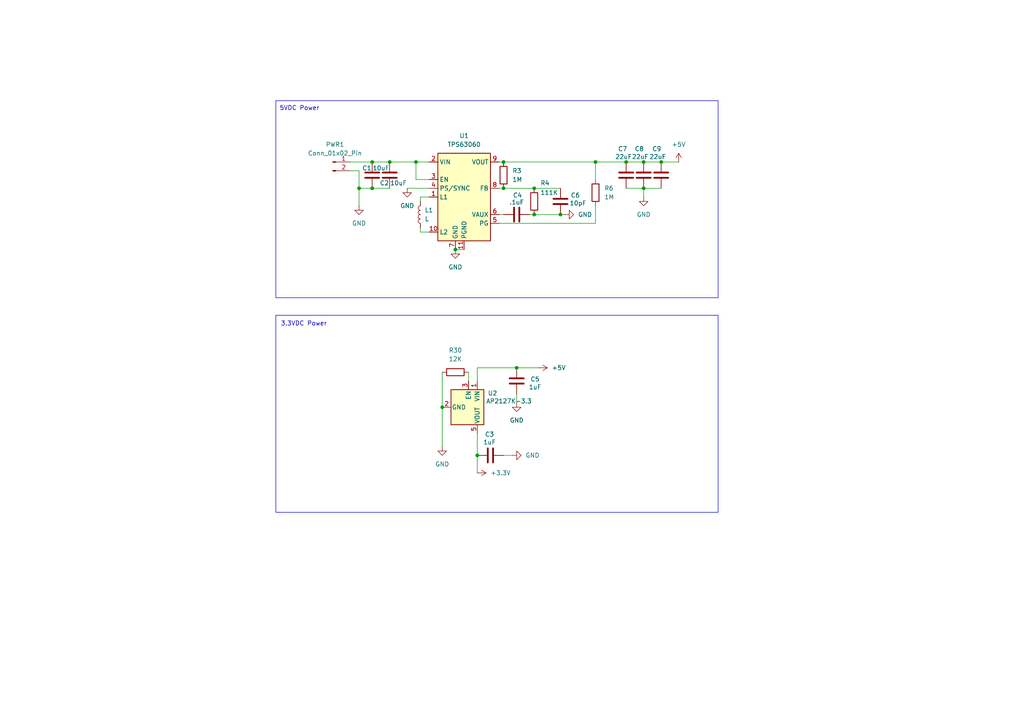
<source format=kicad_sch>
(kicad_sch (version 20231120) (generator "eeschema") (generator_version "8.0")
  (paper "A4")
  (lib_symbols
    (symbol "Connector:Conn_01x02_Pin" (pin_names (offset 1.016) hide)
      (property "Reference" "J" (at 0 2.54 0))
      (property "Value" "Conn_01x02_Pin" (at 0 -5.08 0))
      (symbol "Conn_01x02_Pin_1_1"
        (polyline (pts (xy 1.27 -2.54) (xy 0.8636 -2.54)) (stroke (width 0.1524)))
        (polyline (pts (xy 1.27 0) (xy 0.8636 0)) (stroke (width 0.1524)))
        (rectangle (start 0.8636 -2.413) (end 0 -2.667) (stroke (width 0.1524)) (fill (type outline)))
        (rectangle (start 0.8636 0.127) (end 0 -0.127) (stroke (width 0.1524)) (fill (type outline)))
        (pin passive line (at 5.08 0 180) (length 3.81) (name "Pin_1") (number "1"))
        (pin passive line (at 5.08 -2.54 180) (length 3.81) (name "Pin_2") (number "2"))
      )
    )
    (symbol "Device:C" (pin_numbers hide) (pin_names (offset 0.254))
      (property "Reference" "C" (at 0.635 2.54 0))
      (property "Value" "C" (at 0.635 -2.54 0))
      (symbol "C_0_1"
        (polyline (pts (xy -2.032 -0.762) (xy 2.032 -0.762)) (stroke (width 0.508)))
        (polyline (pts (xy -2.032 0.762) (xy 2.032 0.762)) (stroke (width 0.508)))
      )
      (symbol "C_1_1"
        (pin passive line (at 0 3.81 270) (length 2.794) (name "~") (number "1"))
        (pin passive line (at 0 -3.81 90) (length 2.794) (name "~") (number "2"))
      )
    )
    (symbol "Device:L" (pin_numbers hide) (pin_names (offset 1.016) hide)
      (property "Reference" "L" (at -1.27 0 90))
      (property "Value" "L" (at 1.905 0 90))
      (symbol "L_0_1"
        (arc (start 0 -2.54) (mid 0.6323 -1.905) (end 0 -1.27))
        (arc (start 0 -1.27) (mid 0.6323 -0.635) (end 0 0))
        (arc (start 0 0) (mid 0.6323 0.635) (end 0 1.27))
        (arc (start 0 1.27) (mid 0.6323 1.905) (end 0 2.54))
      )
      (symbol "L_1_1"
        (pin passive line (at 0 3.81 270) (length 1.27) (name "1") (number "1"))
        (pin passive line (at 0 -3.81 90) (length 1.27) (name "2") (number "2"))
      )
    )
    (symbol "Device:R" (pin_numbers hide) (pin_names (offset 0))
      (property "Reference" "R" (at 2.032 0 90))
      (property "Value" "R" (at 0 0 90))
      (symbol "R_0_1"
        (rectangle (start -1.016 -2.54) (end 1.016 2.54) (stroke (width 0.254)))
      )
      (symbol "R_1_1"
        (pin passive line (at 0 3.81 270) (length 1.27) (name "~") (number "1"))
        (pin passive line (at 0 -3.81 90) (length 1.27) (name "~") (number "2"))
      )
    )
    (symbol "Regulator_Linear:AP2127K-3.3" (pin_names (offset 0.254))
      (property "Reference" "U" (at -5.08 5.715 0))
      (property "Value" "AP2127K-3.3" (at 0 5.715 0))
      (symbol "AP2127K-3.3_0_1"
        (rectangle (start -5.08 4.445) (end 5.08 -5.08) (stroke (width 0.254)) (fill (type background)))
      )
      (symbol "AP2127K-3.3_1_1"
        (pin power_in line (at -7.62 2.54 0) (length 2.54) (name "VIN") (number "1"))
        (pin power_in line (at 0 -7.62 90) (length 2.54) (name "GND") (number "2"))
        (pin input line (at -7.62 0 0) (length 2.54) (name "EN") (number "3"))
        (pin no_connect line (at 5.08 0 180) (length 2.54) hide (name "NC") (number "4"))
        (pin power_out line (at 7.62 2.54 180) (length 2.54) (name "VOUT") (number "5"))
      )
    )
    (symbol "Regulator_Switching:TPS63060"
      (property "Reference" "U" (at -7.62 13.97 0))
      (property "Value" "TPS63060" (at 2.54 13.97 0))
      (symbol "TPS63060_0_1"
        (rectangle (start -7.62 12.7) (end 7.62 -12.7) (stroke (width 0.254)) (fill (type background)))
      )
      (symbol "TPS63060_1_1"
        (pin input line (at -10.16 0 0) (length 2.54) (name "L1") (number "1"))
        (pin input line (at -10.16 -10.16 0) (length 2.54) (name "L2") (number "10"))
        (pin power_in line (at 0 -15.24 90) (length 2.54) (name "PGND") (number "11"))
        (pin power_in line (at -10.16 10.16 0) (length 2.54) (name "VIN") (number "2"))
        (pin input line (at -10.16 5.08 0) (length 2.54) (name "EN") (number "3"))
        (pin input line (at -10.16 2.54 0) (length 2.54) (name "PS/SYNC") (number "4"))
        (pin output line (at 10.16 -7.62 180) (length 2.54) (name "PG") (number "5"))
        (pin passive line (at 10.16 -5.08 180) (length 2.54) (name "VAUX") (number "6"))
        (pin power_in line (at -2.54 -15.24 90) (length 2.54) (name "GND") (number "7"))
        (pin input line (at 10.16 2.54 180) (length 2.54) (name "FB") (number "8"))
        (pin power_out line (at 10.16 10.16 180) (length 2.54) (name "VOUT") (number "9"))
      )
    )
    (symbol "power:+3.3V" (power) (pin_numbers hide) (pin_names (offset 0) hide)
      (property "Value" "+3.3V" (at 0 3.556 0))
      (symbol "+3.3V_0_1"
        (polyline (pts (xy -0.762 1.27) (xy 0 2.54)))
        (polyline (pts (xy 0 0) (xy 0 2.54)))
        (polyline (pts (xy 0 2.54) (xy 0.762 1.27)))
      )
      (symbol "+3.3V_1_1"
        (pin power_in line (at 0 0 90) (length 0) (name "~") (number "1"))
      )
    )
    (symbol "power:+5V" (power) (pin_numbers hide) (pin_names (offset 0) hide)
      (property "Value" "+5V" (at 0 3.556 0))
      (symbol "+5V_0_1"
        (polyline (pts (xy -0.762 1.27) (xy 0 2.54)))
        (polyline (pts (xy 0 0) (xy 0 2.54)))
        (polyline (pts (xy 0 2.54) (xy 0.762 1.27)))
      )
      (symbol "+5V_1_1"
        (pin power_in line (at 0 0 90) (length 0) (name "~") (number "1"))
      )
    )
    (symbol "power:GND" (power) (pin_numbers hide) (pin_names (offset 0) hide)
      (property "Value" "GND" (at 0 -3.81 0))
      (symbol "GND_0_1"
        (polyline (pts (xy 0 0) (xy 0 -1.27) (xy 1.27 -1.27) (xy 0 -2.54) (xy -1.27 -1.27) (xy 0 -1.27)))
      )
      (symbol "GND_1_1"
        (pin power_in line (at 0 0 270) (length 0) (name "~") (number "1"))
      )
    )
  )
  (junction (at 181.61 46.99))
  (junction (at 107.95 46.99))
  (junction (at 138.43 132.08))
  (junction (at 191.77 46.99))
  (junction (at 107.95 54.61))
  (junction (at 128.27 118.11))
  (junction (at 154.94 54.61))
  (junction (at 149.86 106.68))
  (junction (at 132.08 72.39))
  (junction (at 113.03 46.99))
  (junction (at 172.72 46.99))
  (junction (at 104.14 54.61))
  (junction (at 154.94 62.23))
  (junction (at 186.69 54.61))
  (junction (at 146.05 54.61))
  (junction (at 162.56 62.23))
  (junction (at 120.65 46.99))
  (junction (at 186.69 46.99))
  (junction (at 146.05 46.99))
  (wire (pts (xy 146.05 132.08) (xy 148.59 132.08)))
  (wire (pts (xy 104.14 54.61) (xy 104.14 59.69)))
  (wire (pts (xy 181.61 54.61) (xy 186.69 54.61)))
  (wire (pts (xy 186.69 54.61) (xy 186.69 57.15)))
  (wire (pts (xy 186.69 54.61) (xy 191.77 54.61)))
  (wire (pts (xy 153.67 62.23) (xy 154.94 62.23)))
  (wire (pts (xy 124.46 57.15) (xy 121.92 57.15)))
  (wire (pts (xy 144.78 46.99) (xy 146.05 46.99)))
  (wire (pts (xy 121.92 57.15) (xy 121.92 58.42)))
  (wire (pts (xy 191.77 46.99) (xy 196.85 46.99)))
  (wire (pts (xy 128.27 107.95) (xy 128.27 118.11)))
  (wire (pts (xy 146.05 54.61) (xy 154.94 54.61)))
  (wire (pts (xy 162.56 62.23) (xy 163.83 62.23)))
  (wire (pts (xy 121.92 67.31) (xy 124.46 67.31)))
  (wire (pts (xy 172.72 46.99) (xy 181.61 46.99)))
  (wire (pts (xy 138.43 106.68) (xy 138.43 110.49)))
  (wire (pts (xy 132.08 72.39) (xy 134.62 72.39)))
  (wire (pts (xy 121.92 66.04) (xy 121.92 67.31)))
  (wire (pts (xy 128.27 129.54) (xy 128.27 118.11)))
  (wire (pts (xy 107.95 46.99) (xy 113.03 46.99)))
  (wire (pts (xy 186.69 46.99) (xy 191.77 46.99)))
  (wire (pts (xy 172.72 52.07) (xy 172.72 46.99)))
  (wire (pts (xy 124.46 52.07) (xy 120.65 52.07)))
  (wire (pts (xy 146.05 46.99) (xy 172.72 46.99)))
  (wire (pts (xy 144.78 54.61) (xy 146.05 54.61)))
  (wire (pts (xy 154.94 54.61) (xy 162.56 54.61)))
  (wire (pts (xy 144.78 62.23) (xy 146.05 62.23)))
  (wire (pts (xy 154.94 62.23) (xy 162.56 62.23)))
  (wire (pts (xy 104.14 54.61) (xy 107.95 54.61)))
  (wire (pts (xy 181.61 46.99) (xy 186.69 46.99)))
  (wire (pts (xy 120.65 52.07) (xy 120.65 46.99)))
  (wire (pts (xy 101.6 46.99) (xy 107.95 46.99)))
  (wire (pts (xy 104.14 49.53) (xy 104.14 54.61)))
  (wire (pts (xy 107.95 54.61) (xy 113.03 54.61)))
  (wire (pts (xy 138.43 125.73) (xy 138.43 132.08)))
  (wire (pts (xy 101.6 49.53) (xy 104.14 49.53)))
  (wire (pts (xy 149.86 106.68) (xy 156.21 106.68)))
  (wire (pts (xy 144.78 64.77) (xy 172.72 64.77)))
  (wire (pts (xy 113.03 46.99) (xy 120.65 46.99)))
  (wire (pts (xy 135.89 107.95) (xy 135.89 110.49)))
  (wire (pts (xy 138.43 132.08) (xy 138.43 137.16)))
  (wire (pts (xy 118.11 54.61) (xy 124.46 54.61)))
  (wire (pts (xy 138.43 106.68) (xy 149.86 106.68)))
  (wire (pts (xy 172.72 64.77) (xy 172.72 59.69)))
  (wire (pts (xy 120.65 46.99) (xy 124.46 46.99)))
  (wire (pts (xy 149.86 114.3) (xy 149.86 116.84)))
  (rectangle (start 80.01 29.21) (end 208.28 86.36))
  (rectangle (start 80.01 91.44) (end 208.28 148.59))
  (text "5VDC Power" (at 86.868 31.496 0) (effects (font (size 1.27 1.27))))
  (text "3.3VDC Power" (at 88.138 93.98 0) (effects (font (size 1.27 1.27))))
  (symbol (lib_id "Device:R") (at 146.05 50.8 180) (unit 1)
    (property "Reference" "R3" (at 148.59 49.5299 0) (effects (justify right)))
    (property "Value" "1M" (at 148.59 52.0699 0) (effects (justify right)))
    (property "Footprint" "Resistor_SMD:R_0805_2012Metric_Pad1.20x1.40mm_HandSolder" (effects (hide yes)))
    (property "Description" "Resistor" (effects (hide yes)))
  )
  (symbol (lib_id "Device:C") (at 149.86 110.49 0) (mirror y) (unit 1)
    (property "Reference" "C5" (at 155.194 109.982 0))
    (property "Value" "1uF" (at 155.194 112.268 0))
    (property "Footprint" "Capacitor_SMD:C_0805_2012Metric_Pad1.18x1.45mm_HandSolder" (effects (hide yes)))
    (property "Description" "Unpolarized capacitor" (effects (hide yes)))
  )
  (symbol (lib_id "power:GND") (at 186.69 57.15 0) (unit 1)
    (property "Reference" "#PWR015" (effects (hide yes)))
    (property "Value" "GND" (at 186.69 62.23 0))
    (property "Description" "Power symbol creates a global label with name \"GND\" , ground" (effects (hide yes)))
  )
  (symbol (lib_id "Device:C") (at 142.24 132.08 90) (mirror x) (unit 1)
    (property "Reference" "C3" (at 141.986 125.984 90))
    (property "Value" "1uF" (at 141.986 128.27 90))
    (property "Footprint" "Capacitor_SMD:C_0805_2012Metric_Pad1.18x1.45mm_HandSolder" (effects (hide yes)))
    (property "Description" "Unpolarized capacitor" (effects (hide yes)))
  )
  (symbol (lib_id "Regulator_Linear:AP2127K-3.3") (at 135.89 118.11 270) (unit 1)
    (property "Reference" "U2" (at 141.478 114.046 90) (effects (justify left)))
    (property "Value" "AP2127K-3.3" (at 140.97 116.332 90) (effects (justify left)))
    (property "Footprint" "Package_TO_SOT_SMD:SOT-23-5" (effects (hide yes)))
    (property "Datasheet" "https://www.diodes.com/assets/Datasheets/AP2127.pdf" (effects (hide yes)))
    (property "Description" "300mA low dropout linear regulator, shutdown pin, 2.5V-6V input voltage, 3.3V fixed positive output, SOT-23-5" (effects (hide yes)))
  )
  (symbol (lib_id "Regulator_Switching:TPS63060") (at 134.62 57.15 0) (unit 1)
    (property "Reference" "U1" (at 134.62 39.37 0))
    (property "Value" "TPS63060" (at 134.62 41.91 0))
    (property "Footprint" "Package_SON:Texas_S-PWSON-N10_ThermalVias" (effects (hide yes)))
    (property "Datasheet" "http://www.ti.com/lit/ds/symlink/tps63060.pdf" (effects (hide yes)))
    (property "Description" "Buck-Boost Converter, 2.5-12V Input Voltage, 2-A Switch Current, Adjustable 2.5-8V Output Voltage, S-PWSON-N10" (effects (hide yes)))
  )
  (symbol (lib_id "power:+3.3V") (at 138.43 137.16 270) (unit 1)
    (property "Reference" "#PWR09" (effects (hide yes)))
    (property "Value" "+3.3V" (at 142.24 137.1599 90) (effects (justify left)))
    (property "Description" "Power symbol creates a global label with name \"+3.3V\"" (effects (hide yes)))
  )
  (symbol (lib_id "power:GND") (at 104.14 59.69 0) (unit 1)
    (property "Reference" "#PWR01" (effects (hide yes)))
    (property "Value" "GND" (at 104.14 64.77 0))
    (property "Description" "Power symbol creates a global label with name \"GND\" , ground" (effects (hide yes)))
  )
  (symbol (lib_id "Device:R") (at 172.72 55.88 180) (unit 1)
    (property "Reference" "R6" (at 175.26 54.6099 0) (effects (justify right)))
    (property "Value" "1M" (at 175.26 57.1499 0) (effects (justify right)))
    (property "Footprint" "Resistor_SMD:R_0805_2012Metric_Pad1.20x1.40mm_HandSolder" (effects (hide yes)))
    (property "Description" "Resistor" (effects (hide yes)))
  )
  (symbol (lib_id "power:GND") (at 148.59 132.08 90) (unit 1)
    (property "Reference" "#PWR010" (effects (hide yes)))
    (property "Value" "GND" (at 152.4 132.0799 90) (effects (justify right)))
    (property "Description" "Power symbol creates a global label with name \"GND\" , ground" (effects (hide yes)))
  )
  (symbol (lib_id "power:GND") (at 163.83 62.23 90) (unit 1)
    (property "Reference" "#PWR012" (effects (hide yes)))
    (property "Value" "GND" (at 167.64 62.2299 90) (effects (justify right)))
    (property "Description" "Power symbol creates a global label with name \"GND\" , ground" (effects (hide yes)))
  )
  (symbol (lib_id "Device:C") (at 149.86 62.23 90) (mirror x) (unit 1)
    (property "Reference" "C4" (at 150.114 56.642 90))
    (property "Value" ".1uF" (at 149.86 58.674 90))
    (property "Footprint" "Capacitor_SMD:C_0805_2012Metric_Pad1.18x1.45mm_HandSolder" (effects (hide yes)))
    (property "Description" "Unpolarized capacitor" (effects (hide yes)))
  )
  (symbol (lib_id "power:GND") (at 128.27 129.54 0) (unit 1)
    (property "Reference" "#PWR06" (effects (hide yes)))
    (property "Value" "GND" (at 128.27 134.62 0))
    (property "Description" "Power symbol creates a global label with name \"GND\" , ground" (effects (hide yes)))
  )
  (symbol (lib_id "Device:C") (at 162.56 58.42 0) (mirror y) (unit 1)
    (property "Reference" "C6" (at 166.878 56.642 0))
    (property "Value" "10pF" (at 167.64 58.928 0))
    (property "Footprint" "Capacitor_SMD:C_0805_2012Metric_Pad1.18x1.45mm_HandSolder" (effects (hide yes)))
    (property "Description" "Unpolarized capacitor" (effects (hide yes)))
  )
  (symbol (lib_id "Device:C") (at 186.69 50.8 0) (mirror y) (unit 1)
    (property "Reference" "C8" (at 185.42 43.18 0))
    (property "Value" "22uF" (at 185.674 45.466 0))
    (property "Footprint" "Capacitor_SMD:C_0805_2012Metric_Pad1.18x1.45mm_HandSolder" (effects (hide yes)))
    (property "Description" "Unpolarized capacitor" (effects (hide yes)))
  )
  (symbol (lib_id "Device:C") (at 181.61 50.8 0) (mirror y) (unit 1)
    (property "Reference" "C7" (at 180.594 43.18 0))
    (property "Value" "22uF" (at 180.848 45.466 0))
    (property "Footprint" "Capacitor_SMD:C_0805_2012Metric_Pad1.18x1.45mm_HandSolder" (effects (hide yes)))
    (property "Description" "Unpolarized capacitor" (effects (hide yes)))
  )
  (symbol (lib_id "power:+5V") (at 196.85 46.99 0) (unit 1)
    (property "Reference" "#PWR016" (effects (hide yes)))
    (property "Value" "+5V" (at 196.85 41.91 0))
    (property "Description" "Power symbol creates a global label with name \"+5V\"" (effects (hide yes)))
  )
  (symbol (lib_id "power:+5V") (at 156.21 106.68 270) (unit 1)
    (property "Reference" "#PWR0107" (effects (hide yes)))
    (property "Value" "+5V" (at 160.02 106.6799 90) (effects (justify left)))
    (property "Description" "Power symbol creates a global label with name \"+5V\"" (effects (hide yes)))
  )
  (symbol (lib_id "Device:C") (at 191.77 50.8 0) (mirror y) (unit 1)
    (property "Reference" "C9" (at 190.5 43.18 0))
    (property "Value" "22uF" (at 190.754 45.466 0))
    (property "Footprint" "Capacitor_SMD:C_0805_2012Metric_Pad1.18x1.45mm_HandSolder" (effects (hide yes)))
    (property "Description" "Unpolarized capacitor" (effects (hide yes)))
  )
  (symbol (lib_id "power:GND") (at 132.08 72.39 0) (unit 1)
    (property "Reference" "#PWR05" (effects (hide yes)))
    (property "Value" "GND" (at 132.08 77.47 0))
    (property "Description" "Power symbol creates a global label with name \"GND\" , ground" (effects (hide yes)))
  )
  (symbol (lib_id "Device:R") (at 132.08 107.95 90) (unit 1)
    (property "Reference" "R30" (at 132.08 101.6 90))
    (property "Value" "12K" (at 132.08 104.14 90))
    (property "Footprint" "Resistor_SMD:R_0805_2012Metric_Pad1.20x1.40mm_HandSolder" (effects (hide yes)))
    (property "Description" "Resistor" (effects (hide yes)))
  )
  (symbol (lib_id "Device:C") (at 113.03 50.8 0) (mirror y) (unit 1)
    (property "Reference" "C2" (at 111.506 53.086 0))
    (property "Value" "10uF" (at 115.57 53.086 0))
    (property "Footprint" "Capacitor_SMD:C_0805_2012Metric_Pad1.18x1.45mm_HandSolder" (effects (hide yes)))
    (property "Description" "Unpolarized capacitor" (effects (hide yes)))
  )
  (symbol (lib_id "power:GND") (at 118.11 54.61 0) (unit 1)
    (property "Reference" "#PWR04" (effects (hide yes)))
    (property "Value" "GND" (at 118.11 59.69 0))
    (property "Description" "Power symbol creates a global label with name \"GND\" , ground" (effects (hide yes)))
  )
  (symbol (lib_id "Connector:Conn_01x02_Pin") (at 96.52 46.99 0) (unit 1)
    (property "Reference" "PWR1" (at 97.155 41.91 0))
    (property "Value" "Conn_01x02_Pin" (at 97.155 44.45 0))
    (property "Footprint" "Connector_PinHeader_2.54mm:PinHeader_1x02_P2.54mm_Vertical" (effects (hide yes)))
    (property "Description" "Generic connector, single row, 01x02, script generated" (effects (hide yes)))
  )
  (symbol (lib_id "Device:R") (at 154.94 58.42 180) (unit 1)
    (property "Reference" "R4" (at 156.718 53.086 0) (effects (justify right)))
    (property "Value" "111K" (at 156.718 55.88 0) (effects (justify right)))
    (property "Footprint" "Resistor_SMD:R_0805_2012Metric_Pad1.20x1.40mm_HandSolder" (effects (hide yes)))
    (property "Description" "Resistor" (effects (hide yes)))
  )
  (symbol (lib_id "Device:L") (at 121.92 62.23 180) (unit 1)
    (property "Reference" "L1" (at 123.19 60.9599 0) (effects (justify right)))
    (property "Value" "L" (at 123.19 63.4999 0) (effects (justify right)))
    (property "Footprint" "Inductor_SMD:L_Coilcraft_XAL4020-XXX" (effects (hide yes)))
    (property "Description" "Inductor" (effects (hide yes)))
  )
  (symbol (lib_id "Device:C") (at 107.95 50.8 0) (mirror x) (unit 1)
    (property "Reference" "C1" (at 106.426 48.768 0))
    (property "Value" "10uF" (at 110.49 48.768 0))
    (property "Footprint" "Capacitor_SMD:C_0805_2012Metric_Pad1.18x1.45mm_HandSolder" (effects (hide yes)))
    (property "Description" "Unpolarized capacitor" (effects (hide yes)))
  )
  (symbol (lib_id "power:GND") (at 149.86 116.84 0) (unit 1)
    (property "Reference" "#PWR011" (effects (hide yes)))
    (property "Value" "GND" (at 149.86 121.92 0))
    (property "Description" "Power symbol creates a global label with name \"GND\" , ground" (effects (hide yes)))
  )
)
</source>
